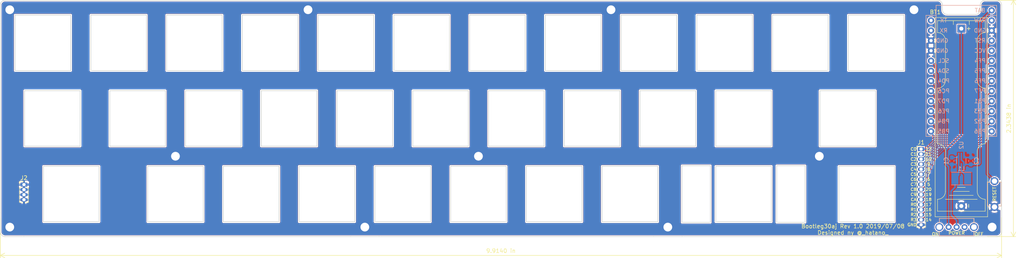
<source format=kicad_pcb>
(kicad_pcb (version 20171130) (host pcbnew "(5.1.2)-2")
  (layers (0 F.Cu signal) (31 B.Cu signal) (34 B.Paste user hide) (35 F.Paste user hide) (36 B.SilkS user) (37 F.SilkS user) (38 B.Mask user) (39 F.Mask user) (44 Edge.Cuts user))
  (net 0 "")
  (net 1 GND)
  (net 2 BAT)
  (net 3 R1)
  (net 4 R2)
  (net 5 C0)
  (net 6 C1)
  (net 7 C2)
  (net 8 C3)
  (net 9 C4)
  (net 10 C5)
  (net 11 C6)
  (net 12 RST)
  (net 13 "Net-(BT1-Pad1)")
  (net 14 "Net-(L1-Pad1)")
  (net 15 cell)
  (net 16 C7)
  (net 17 C8)
  (net 18 C9)
  (net 19 C10)
  (net 20 R0)
  (net 21 R3)
  (module cscslib:CPG151101S11_frame (layer F.Cu) (at 234.553422 28.575184)
    (fp_text reference SW12 hide)
    (fp_text value SW_Push hide)
    (fp_line (start -7 -7) (end -7 7) (layer Edge.Cuts) (width 0.15))
    (fp_line (start -7 7) (end 7 7) (layer Edge.Cuts) (width 0.15))
    (fp_line (start 7 -7) (end 7 7) (layer Edge.Cuts) (width 0.15))
    (fp_line (start -7 -7) (end 7 -7) (layer Edge.Cuts) (width 0.15))
  )
  (module cscslib:CPG151101S11_frame (layer F.Cu) (at 77.39079 66.675216)
    (fp_text reference SW26 hide)
    (fp_text value SW_Push hide)
    (fp_line (start -7 -7) (end -7 7) (layer Edge.Cuts) (width 0.15))
    (fp_line (start -7 7) (end 7 7) (layer Edge.Cuts) (width 0.15))
    (fp_line (start 7 -7) (end 7 7) (layer Edge.Cuts) (width 0.15))
    (fp_line (start -7 -7) (end 7 -7) (layer Edge.Cuts) (width 0.15))
  )
  (module cscslib:CPG151101S11_frame (layer F.Cu) (at 172.64087 66.67528)
    (fp_text reference SW31 hide)
    (fp_text value SW_Push hide)
    (fp_line (start -7 -7) (end -7 7) (layer Edge.Cuts) (width 0.15))
    (fp_line (start -7 7) (end 7 7) (layer Edge.Cuts) (width 0.15))
    (fp_line (start 7 -7) (end 7 7) (layer Edge.Cuts) (width 0.15))
    (fp_line (start -7 -7) (end 7 -7) (layer Edge.Cuts) (width 0.15))
  )
  (module cscslib:CPG151101S11_frame (layer F.Cu) (at 177.403918 28.57512)
    (fp_text reference SW9 hide)
    (fp_text value SW_Push hide)
    (fp_line (start -7 -7) (end -7 7) (layer Edge.Cuts) (width 0.15))
    (fp_line (start -7 7) (end 7 7) (layer Edge.Cuts) (width 0.15))
    (fp_line (start 7 -7) (end 7 7) (layer Edge.Cuts) (width 0.15))
    (fp_line (start -7 -7) (end 7 -7) (layer Edge.Cuts) (width 0.15))
  )
  (module cscslib:HOLE_M2 (layer F.Cu) (at 58.34087 57.15024)
    (fp_text reference H3 hide)
    (fp_text value MountingHole hide)
    (pad "" thru_hole circle (at 0 0) (size 2.4 2.4) (drill 2.2) (layers *.Cu *.Mask) (net 1 GND) (clearance 0.8))
  )
  (module cscslib:HOLE_M2 (layer F.Cu) (at 220.266582 57.150144)
    (fp_text reference H2 hide)
    (fp_text value MountingHole hide)
    (pad "" thru_hole circle (at 0 0) (size 2.4 2.4) (drill 2.2) (layers *.Cu *.Mask) (net 1 GND) (clearance 0.8))
  )
  (module cscslib:HOLE_M2 (layer F.Cu) (at 134.54119 57.15024)
    (fp_text reference H1 hide)
    (fp_text value MountingHole hide)
    (pad "" thru_hole circle (at 0 0) (size 2.4 2.4) (drill 2.2) (layers *.Cu *.Mask) (net 1 GND) (clearance 0.8))
  )
  (module cscslib:CPG151101S11_frame (layer F.Cu) (at 227.409666 47.6252)
    (fp_text reference SW23 hide)
    (fp_text value SW_Push hide)
    (fp_line (start -7 -7) (end -7 7) (layer Edge.Cuts) (width 0.15))
    (fp_line (start -7 7) (end 7 7) (layer Edge.Cuts) (width 0.15))
    (fp_line (start 7 -7) (end 7 7) (layer Edge.Cuts) (width 0.15))
    (fp_line (start -7 -7) (end 7 -7) (layer Edge.Cuts) (width 0.15))
  )
  (module cscslib:CPG151101S11_frame (layer F.Cu) (at 32.147002 66.675216)
    (fp_text reference SW24 hide)
    (fp_text value SW_Push hide)
    (fp_line (start -7 -7) (end -7 7) (layer Edge.Cuts) (width 0.15))
    (fp_line (start -7 7) (end 7 7) (layer Edge.Cuts) (width 0.15))
    (fp_line (start 7 -7) (end 7 7) (layer Edge.Cuts) (width 0.15))
    (fp_line (start -7 -7) (end 7 -7) (layer Edge.Cuts) (width 0.15))
  )
  (module cscslib:CPG151101S11_frame (layer F.Cu) (at 232.17217 66.675216)
    (fp_text reference SW33 hide)
    (fp_text value SW_Push hide)
    (fp_line (start -7 -7) (end -7 7) (layer Edge.Cuts) (width 0.15))
    (fp_line (start -7 7) (end 7 7) (layer Edge.Cuts) (width 0.15))
    (fp_line (start 7 -7) (end 7 7) (layer Edge.Cuts) (width 0.15))
    (fp_line (start -7 -7) (end 7 -7) (layer Edge.Cuts) (width 0.15))
  )
  (module cscslib:CPG151101S11_frame (layer F.Cu) (at 27.384498 47.6252)
    (fp_text reference SW13 hide)
    (fp_text value SW_Push hide)
    (fp_line (start -7 -7) (end -7 7) (layer Edge.Cuts) (width 0.15))
    (fp_line (start -7 7) (end 7 7) (layer Edge.Cuts) (width 0.15))
    (fp_line (start 7 -7) (end 7 7) (layer Edge.Cuts) (width 0.15))
    (fp_line (start -7 -7) (end 7 -7) (layer Edge.Cuts) (width 0.15))
  )
  (module cscslib:CPG151101S11_frame (layer F.Cu) (at 201.215894 66.675216)
    (fp_text reference SW32 hide)
    (fp_text value SW_Push hide)
    (fp_line (start -7 -7) (end -7 7) (layer Edge.Cuts) (width 0.15))
    (fp_line (start -7 7) (end 7 7) (layer Edge.Cuts) (width 0.15))
    (fp_line (start 7 -7) (end 7 7) (layer Edge.Cuts) (width 0.15))
    (fp_line (start -7 -7) (end 7 -7) (layer Edge.Cuts) (width 0.15))
  )
  (module cscslib:CPG151101S11_frame (layer F.Cu) (at 201.215894 47.6252)
    (fp_text reference SW22 hide)
    (fp_text value SW_Push hide)
    (fp_line (start -7 -7) (end -7 7) (layer Edge.Cuts) (width 0.15))
    (fp_line (start -7 7) (end 7 7) (layer Edge.Cuts) (width 0.15))
    (fp_line (start 7 -7) (end 7 7) (layer Edge.Cuts) (width 0.15))
    (fp_line (start -7 -7) (end 7 -7) (layer Edge.Cuts) (width 0.15))
  )
  (module cscslib:CPG151101S11_frame (layer F.Cu) (at 153.590854 66.67528)
    (fp_text reference SW30 hide)
    (fp_text value SW_Push hide)
    (fp_line (start -7 -7) (end -7 7) (layer Edge.Cuts) (width 0.15))
    (fp_line (start -7 7) (end 7 7) (layer Edge.Cuts) (width 0.15))
    (fp_line (start 7 -7) (end 7 7) (layer Edge.Cuts) (width 0.15))
    (fp_line (start -7 -7) (end 7 -7) (layer Edge.Cuts) (width 0.15))
  )
  (module cscslib:CPG151101S11_frame (layer F.Cu) (at 48.815766 47.6252)
    (fp_text reference SW14 hide)
    (fp_text value SW_Push hide)
    (fp_line (start -7 -7) (end -7 7) (layer Edge.Cuts) (width 0.15))
    (fp_line (start -7 7) (end 7 7) (layer Edge.Cuts) (width 0.15))
    (fp_line (start 7 -7) (end 7 7) (layer Edge.Cuts) (width 0.15))
    (fp_line (start -7 -7) (end 7 -7) (layer Edge.Cuts) (width 0.15))
  )
  (module cscslib:CPG151101S11_frame (layer F.Cu) (at 182.165878 47.6252)
    (fp_text reference SW21 hide)
    (fp_text value SW_Push hide)
    (fp_line (start -7 -7) (end -7 7) (layer Edge.Cuts) (width 0.15))
    (fp_line (start -7 7) (end 7 7) (layer Edge.Cuts) (width 0.15))
    (fp_line (start 7 -7) (end 7 7) (layer Edge.Cuts) (width 0.15))
    (fp_line (start -7 -7) (end 7 -7) (layer Edge.Cuts) (width 0.15))
  )
  (module cscslib:CPG151101S11_frame (layer F.Cu) (at 163.115862 47.6252)
    (fp_text reference SW20 hide)
    (fp_text value SW_Push hide)
    (fp_line (start -7 -7) (end -7 7) (layer Edge.Cuts) (width 0.15))
    (fp_line (start -7 7) (end 7 7) (layer Edge.Cuts) (width 0.15))
    (fp_line (start 7 -7) (end 7 7) (layer Edge.Cuts) (width 0.15))
    (fp_line (start -7 -7) (end 7 -7) (layer Edge.Cuts) (width 0.15))
  )
  (module cscslib:CPG151101S11_frame (layer F.Cu) (at 144.065846 47.6252)
    (fp_text reference SW19 hide)
    (fp_text value SW_Push hide)
    (fp_line (start -7 -7) (end -7 7) (layer Edge.Cuts) (width 0.15))
    (fp_line (start -7 7) (end 7 7) (layer Edge.Cuts) (width 0.15))
    (fp_line (start 7 -7) (end 7 7) (layer Edge.Cuts) (width 0.15))
    (fp_line (start -7 -7) (end 7 -7) (layer Edge.Cuts) (width 0.15))
  )
  (module cscslib:CPG151101S11_frame (layer F.Cu) (at 125.01583 47.6252)
    (fp_text reference SW18 hide)
    (fp_text value SW_Push hide)
    (fp_line (start -7 -7) (end -7 7) (layer Edge.Cuts) (width 0.15))
    (fp_line (start -7 7) (end 7 7) (layer Edge.Cuts) (width 0.15))
    (fp_line (start 7 -7) (end 7 7) (layer Edge.Cuts) (width 0.15))
    (fp_line (start -7 -7) (end 7 -7) (layer Edge.Cuts) (width 0.15))
  )
  (module cscslib:CPG151101S11_frame (layer F.Cu) (at 105.965814 47.6252)
    (fp_text reference SW17 hide)
    (fp_text value SW_Push hide)
    (fp_line (start -7 -7) (end -7 7) (layer Edge.Cuts) (width 0.15))
    (fp_line (start -7 7) (end 7 7) (layer Edge.Cuts) (width 0.15))
    (fp_line (start 7 -7) (end 7 7) (layer Edge.Cuts) (width 0.15))
    (fp_line (start -7 -7) (end 7 -7) (layer Edge.Cuts) (width 0.15))
  )
  (module cscslib:CPG151101S11_frame (layer F.Cu) (at 86.915798 47.6252)
    (fp_text reference SW16 hide)
    (fp_text value SW_Push hide)
    (fp_line (start -7 -7) (end -7 7) (layer Edge.Cuts) (width 0.15))
    (fp_line (start -7 7) (end 7 7) (layer Edge.Cuts) (width 0.15))
    (fp_line (start 7 -7) (end 7 7) (layer Edge.Cuts) (width 0.15))
    (fp_line (start -7 -7) (end 7 -7) (layer Edge.Cuts) (width 0.15))
  )
  (module cscslib:CPG151101S11_frame (layer F.Cu) (at 67.865782 47.6252)
    (fp_text reference SW15 hide)
    (fp_text value SW_Push hide)
    (fp_line (start -7 -7) (end -7 7) (layer Edge.Cuts) (width 0.15))
    (fp_line (start -7 7) (end 7 7) (layer Edge.Cuts) (width 0.15))
    (fp_line (start 7 -7) (end 7 7) (layer Edge.Cuts) (width 0.15))
    (fp_line (start -7 -7) (end 7 -7) (layer Edge.Cuts) (width 0.15))
  )
  (module cscslib:CPG151101S11_frame (layer F.Cu) (at 134.540838 66.67528)
    (fp_text reference SW29 hide)
    (fp_text value SW_Push hide)
    (fp_line (start -7 -7) (end -7 7) (layer Edge.Cuts) (width 0.15))
    (fp_line (start -7 7) (end 7 7) (layer Edge.Cuts) (width 0.15))
    (fp_line (start 7 -7) (end 7 7) (layer Edge.Cuts) (width 0.15))
    (fp_line (start -7 -7) (end 7 -7) (layer Edge.Cuts) (width 0.15))
  )
  (module cscslib:CPG151101S11_frame (layer F.Cu) (at 115.490822 66.675056)
    (fp_text reference SW28 hide)
    (fp_text value SW_Push hide)
    (fp_line (start -7 -7) (end -7 7) (layer Edge.Cuts) (width 0.15))
    (fp_line (start -7 7) (end 7 7) (layer Edge.Cuts) (width 0.15))
    (fp_line (start 7 -7) (end 7 7) (layer Edge.Cuts) (width 0.15))
    (fp_line (start -7 -7) (end 7 -7) (layer Edge.Cuts) (width 0.15))
  )
  (module cscslib:CPG151101S11_frame (layer F.Cu) (at 96.440806 66.675216)
    (fp_text reference SW27 hide)
    (fp_text value SW_Push hide)
    (fp_line (start -7 -7) (end -7 7) (layer Edge.Cuts) (width 0.15))
    (fp_line (start -7 7) (end 7 7) (layer Edge.Cuts) (width 0.15))
    (fp_line (start 7 -7) (end 7 7) (layer Edge.Cuts) (width 0.15))
    (fp_line (start -7 -7) (end 7 -7) (layer Edge.Cuts) (width 0.15))
  )
  (module cscslib:CPG151101S11_frame (layer F.Cu) (at 58.340774 66.675216)
    (fp_text reference SW25 hide)
    (fp_text value SW_Push hide)
    (fp_line (start -7 -7) (end -7 7) (layer Edge.Cuts) (width 0.15))
    (fp_line (start -7 7) (end 7 7) (layer Edge.Cuts) (width 0.15))
    (fp_line (start 7 -7) (end 7 7) (layer Edge.Cuts) (width 0.15))
    (fp_line (start -7 -7) (end 7 -7) (layer Edge.Cuts) (width 0.15))
  )
  (module cscslib:CPG151101S11_frame (layer F.Cu) (at 215.504078 28.57512)
    (fp_text reference SW11 hide)
    (fp_text value SW_Push hide)
    (fp_line (start -7 -7) (end -7 7) (layer Edge.Cuts) (width 0.15))
    (fp_line (start -7 7) (end 7 7) (layer Edge.Cuts) (width 0.15))
    (fp_line (start 7 -7) (end 7 7) (layer Edge.Cuts) (width 0.15))
    (fp_line (start -7 -7) (end 7 -7) (layer Edge.Cuts) (width 0.15))
  )
  (module cscslib:CPG151101S11_frame (layer F.Cu) (at 196.453998 28.57512)
    (fp_text reference SW10 hide)
    (fp_text value SW_Push hide)
    (fp_line (start -7 -7) (end -7 7) (layer Edge.Cuts) (width 0.15))
    (fp_line (start -7 7) (end 7 7) (layer Edge.Cuts) (width 0.15))
    (fp_line (start 7 -7) (end 7 7) (layer Edge.Cuts) (width 0.15))
    (fp_line (start -7 -7) (end 7 -7) (layer Edge.Cuts) (width 0.15))
  )
  (module cscslib:CPG151101S11_frame (layer F.Cu) (at 158.353838 28.57512)
    (fp_text reference SW8 hide)
    (fp_text value SW_Push hide)
    (fp_line (start -7 -7) (end -7 7) (layer Edge.Cuts) (width 0.15))
    (fp_line (start -7 7) (end 7 7) (layer Edge.Cuts) (width 0.15))
    (fp_line (start 7 -7) (end 7 7) (layer Edge.Cuts) (width 0.15))
    (fp_line (start -7 -7) (end 7 -7) (layer Edge.Cuts) (width 0.15))
  )
  (module cscslib:CPG151101S11_frame (layer F.Cu) (at 139.303758 28.57512)
    (fp_text reference SW7 hide)
    (fp_text value SW_Push hide)
    (fp_line (start -7 -7) (end -7 7) (layer Edge.Cuts) (width 0.15))
    (fp_line (start -7 7) (end 7 7) (layer Edge.Cuts) (width 0.15))
    (fp_line (start 7 -7) (end 7 7) (layer Edge.Cuts) (width 0.15))
    (fp_line (start -7 -7) (end 7 -7) (layer Edge.Cuts) (width 0.15))
  )
  (module cscslib:CPG151101S11_frame (layer F.Cu) (at 120.253678 28.57512)
    (fp_text reference SW6 hide)
    (fp_text value SW_Push hide)
    (fp_line (start -7 -7) (end -7 7) (layer Edge.Cuts) (width 0.15))
    (fp_line (start -7 7) (end 7 7) (layer Edge.Cuts) (width 0.15))
    (fp_line (start 7 -7) (end 7 7) (layer Edge.Cuts) (width 0.15))
    (fp_line (start -7 -7) (end 7 -7) (layer Edge.Cuts) (width 0.15))
  )
  (module cscslib:CPG151101S11_frame (layer F.Cu) (at 101.203598 28.57512)
    (fp_text reference SW5 hide)
    (fp_text value SW_Push hide)
    (fp_line (start -7 -7) (end -7 7) (layer Edge.Cuts) (width 0.15))
    (fp_line (start -7 7) (end 7 7) (layer Edge.Cuts) (width 0.15))
    (fp_line (start 7 -7) (end 7 7) (layer Edge.Cuts) (width 0.15))
    (fp_line (start -7 -7) (end 7 -7) (layer Edge.Cuts) (width 0.15))
  )
  (module cscslib:CPG151101S11_frame (layer F.Cu) (at 82.153518 28.57512)
    (fp_text reference SW4 hide)
    (fp_text value SW_Push hide)
    (fp_line (start -7 -7) (end -7 7) (layer Edge.Cuts) (width 0.15))
    (fp_line (start -7 7) (end 7 7) (layer Edge.Cuts) (width 0.15))
    (fp_line (start 7 -7) (end 7 7) (layer Edge.Cuts) (width 0.15))
    (fp_line (start -7 -7) (end 7 -7) (layer Edge.Cuts) (width 0.15))
  )
  (module cscslib:CPG151101S11_frame (layer F.Cu) (at 63.103438 28.57512)
    (fp_text reference SW3 hide)
    (fp_text value SW_Push hide)
    (fp_line (start -7 -7) (end -7 7) (layer Edge.Cuts) (width 0.15))
    (fp_line (start -7 7) (end 7 7) (layer Edge.Cuts) (width 0.15))
    (fp_line (start 7 -7) (end 7 7) (layer Edge.Cuts) (width 0.15))
    (fp_line (start -7 -7) (end 7 -7) (layer Edge.Cuts) (width 0.15))
  )
  (module cscslib:CPG151101S11_frame (layer F.Cu) (at 44.053358 28.57512)
    (fp_text reference SW2 hide)
    (fp_text value SW_Push hide)
    (fp_line (start -7 -7) (end -7 7) (layer Edge.Cuts) (width 0.15))
    (fp_line (start -7 7) (end 7 7) (layer Edge.Cuts) (width 0.15))
    (fp_line (start 7 -7) (end 7 7) (layer Edge.Cuts) (width 0.15))
    (fp_line (start -7 -7) (end 7 -7) (layer Edge.Cuts) (width 0.15))
  )
  (module cscslib:CPG151101S11_frame (layer F.Cu) (at 25.003246 28.575184)
    (fp_text reference SW1 hide)
    (fp_text value SW_Push hide)
    (fp_line (start -7 -7) (end -7 7) (layer Edge.Cuts) (width 0.15))
    (fp_line (start -7 7) (end 7 7) (layer Edge.Cuts) (width 0.15))
    (fp_line (start 7 -7) (end 7 7) (layer Edge.Cuts) (width 0.15))
    (fp_line (start -7 -7) (end 7 -7) (layer Edge.Cuts) (width 0.15))
  )
  (module cscslib:PinHeader_1x16_P1.27mm_Conthrough (layer F.Cu) (at 245.864369 55.364269)
    (fp_text reference J1 (at 0 -1.695) (layer F.SilkS))
    (fp_text value Conn_01x16)
    (pad 1 thru_hole rect (at 0 0) (size 1.6 1) (drill 0.8) (layers *.Cu *.Mask) (net 5 C0))
    (pad 2 thru_hole oval (at 0 1.27) (size 1.6 1) (drill 0.8) (layers *.Cu *.Mask) (net 6 C1))
    (pad 3 thru_hole oval (at 0 2.54) (size 1.6 1) (drill 0.8) (layers *.Cu *.Mask) (net 7 C2))
    (pad 4 thru_hole oval (at 0 3.81) (size 1.6 1) (drill 0.8) (layers *.Cu *.Mask) (net 8 C3))
    (pad 5 thru_hole oval (at 0 5.08) (size 1.6 1) (drill 0.8) (layers *.Cu *.Mask) (net 9 C4))
    (pad 6 thru_hole oval (at 0 6.35) (size 1.6 1) (drill 0.8) (layers *.Cu *.Mask) (net 10 C5))
    (pad 7 thru_hole oval (at 0 7.62) (size 1.6 1) (drill 0.8) (layers *.Cu *.Mask) (net 11 C6))
    (pad 8 thru_hole oval (at 0 8.89) (size 1.6 1) (drill 0.8) (layers *.Cu *.Mask) (net 16 C7))
    (pad 9 thru_hole oval (at 0 10.16) (size 1.6 1) (drill 0.8) (layers *.Cu *.Mask) (net 17 C8))
    (pad 10 thru_hole oval (at 0 11.43) (size 1.6 1) (drill 0.8) (layers *.Cu *.Mask) (net 18 C9))
    (pad 11 thru_hole oval (at 0 12.7) (size 1.6 1) (drill 0.8) (layers *.Cu *.Mask) (net 19 C10))
    (pad 12 thru_hole oval (at 0 13.97) (size 1.6 1) (drill 0.8) (layers *.Cu *.Mask) (net 20 R0))
    (pad 13 thru_hole oval (at 0 15.24) (size 1.6 1) (drill 0.8) (layers *.Cu *.Mask) (net 3 R1))
    (pad 14 thru_hole oval (at 0 16.51) (size 1.6 1) (drill 0.8) (layers *.Cu *.Mask) (net 4 R2))
    (pad 15 thru_hole oval (at 0 17.78) (size 1.6 1) (drill 0.8) (layers *.Cu *.Mask) (net 21 R3))
    (pad 16 thru_hole oval (at 0 19.05) (size 1.6 1) (drill 0.8) (layers *.Cu *.Mask) (net 1 GND))
  )
  (module cscslib:BatteryHolder_Keystone_2466_1xAAA (layer F.Cu) (at 255.98473 25.003218 270)
    (fp_text reference BT1 (at -4.167103 6.548483) (layer F.SilkS))
    (fp_text value Battery_Cell)
    (fp_text user + (at 0.000024 -1.786571 90) (layer F.SilkS))
    (fp_text user - (at 44.648499 -1.786571 90) (layer F.SilkS))
    (pad 2 thru_hole circle (at 44.7 0 270) (size 2 2) (drill 1.02) (layers *.Cu *.Mask) (net 1 GND))
    (pad 1 thru_hole rect (at 0 0 270) (size 2 2) (drill 1.02) (layers *.Cu *.Mask) (net 13 "Net-(BT1-Pad1)"))
  )
  (module cscslib:BLEMicroPro-2N (layer B.Cu) (at 255.98473 36.909478 180)
    (fp_text reference U1 hide)
    (fp_text value BLE-Micro-Pro-2 hide)
    (fp_text user PF7 (at -4.699 -3.81 180) (layer B.SilkS) (effects (justify mirror)))
    (fp_text user RST (at -4.699 8.89 180) (layer B.SilkS) (effects (justify mirror)))
    (fp_text user PB6 (at -4.699 -13.97 180) (layer B.SilkS) (effects (justify mirror)))
    (fp_text user PB2 (at -4.699 -11.43 180) (layer B.SilkS) (effects (justify mirror)))
    (fp_text user PB3 (at -4.699 -8.89 180) (layer B.SilkS) (effects (justify mirror)))
    (fp_text user PB1 (at -4.699 -6.35 180) (layer B.SilkS) (effects (justify mirror)))
    (fp_text user PF6 (at -4.699 -1.27 180) (layer B.SilkS) (effects (justify mirror)))
    (fp_text user PF5 (at -4.699 1.27 180) (layer B.SilkS) (effects (justify mirror)))
    (fp_text user PF4 (at -4.699 3.81 180) (layer B.SilkS) (effects (justify mirror)))
    (fp_text user VCC (at -4.699 6.35 180) (layer B.SilkS) (effects (justify mirror)))
    (fp_text user GND (at -4.699 11.43 180) (layer B.SilkS) (effects (justify mirror)))
    (fp_text user RAW (at -4.699 13.97 180) (layer B.SilkS) (effects (justify mirror)))
    (fp_text user PB5 (at 4.445 -13.97 180) (layer B.SilkS) (effects (justify mirror)))
    (fp_text user PB4 (at 4.445 -11.43 180) (layer B.SilkS) (effects (justify mirror)))
    (fp_text user PE6 (at 4.445 -8.89 180) (layer B.SilkS) (effects (justify mirror)))
    (fp_text user PD7 (at 4.445 -6.35 180) (layer B.SilkS) (effects (justify mirror)))
    (fp_text user PC6 (at 4.445 -3.81 180) (layer B.SilkS) (effects (justify mirror)))
    (fp_text user PD4 (at 4.445 -1.27 180) (layer B.SilkS) (effects (justify mirror)))
    (fp_text user SDA (at 4.445 1.27 180) (layer B.SilkS) (effects (justify mirror)))
    (fp_text user SCL (at 4.445 3.81 180) (layer B.SilkS) (effects (justify mirror)))
    (fp_text user GND (at 4.826 6.35) (layer B.SilkS) (effects (justify mirror)))
    (fp_text user GND (at 4.826 8.89) (layer B.SilkS) (effects (justify mirror)))
    (fp_text user RX (at 4.445 11.43 180) (layer B.SilkS) (effects (justify mirror)))
    (fp_text user TX (at 4.445 13.97 180) (layer B.SilkS) (effects (justify mirror)))
    (fp_text user BAT (at -4.699 16.51 180) (layer B.SilkS) (effects (justify mirror)))
    (pad 1 thru_hole circle (at 7.62 13.97) (size 1.6 1.6) (drill 0.8) (layers *.Cu *.Mask))
    (pad 2 thru_hole circle (at 7.62 11.43) (size 1.6 1.6) (drill 0.8) (layers *.Cu *.Mask))
    (pad 3 thru_hole circle (at 7.62 8.89) (size 1.6 1.6) (drill 0.8) (layers *.Cu *.Mask) (net 1 GND))
    (pad 4 thru_hole circle (at 7.62 6.35) (size 1.6 1.6) (drill 0.8) (layers *.Cu *.Mask) (net 1 GND))
    (pad 5 thru_hole circle (at 7.62 3.81) (size 1.6 1.6) (drill 0.8) (layers *.Cu *.Mask) (net 16 C7))
    (pad 6 thru_hole circle (at 7.62 1.27) (size 1.6 1.6) (drill 0.8) (layers *.Cu *.Mask) (net 11 C6))
    (pad 7 thru_hole circle (at 7.62 -1.27) (size 1.6 1.6) (drill 0.8) (layers *.Cu *.Mask) (net 10 C5))
    (pad 8 thru_hole circle (at 7.62 -3.81) (size 1.6 1.6) (drill 0.8) (layers *.Cu *.Mask) (net 9 C4))
    (pad 9 thru_hole circle (at 7.62 -6.35) (size 1.6 1.6) (drill 0.8) (layers *.Cu *.Mask) (net 8 C3))
    (pad 10 thru_hole circle (at 7.62 -8.89) (size 1.6 1.6) (drill 0.8) (layers *.Cu *.Mask) (net 7 C2))
    (pad 11 thru_hole circle (at 7.62 -11.43) (size 1.6 1.6) (drill 0.8) (layers *.Cu *.Mask) (net 6 C1))
    (pad 12 thru_hole circle (at 7.62 -13.97) (size 1.6 1.6) (drill 0.8) (layers *.Cu *.Mask) (net 5 C0))
    (pad 13 thru_hole circle (at -7.62 -13.97) (size 1.6 1.6) (drill 0.8) (layers *.Cu *.Mask))
    (pad 14 thru_hole circle (at -7.62 -11.43) (size 1.6 1.6) (drill 0.8) (layers *.Cu *.Mask) (net 21 R3))
    (pad 15 thru_hole circle (at -7.62 -8.89) (size 1.6 1.6) (drill 0.8) (layers *.Cu *.Mask) (net 4 R2))
    (pad 16 thru_hole circle (at -7.62 -6.35) (size 1.6 1.6) (drill 0.8) (layers *.Cu *.Mask) (net 3 R1))
    (pad 17 thru_hole circle (at -7.62 -3.81) (size 1.6 1.6) (drill 0.8) (layers *.Cu *.Mask) (net 20 R0))
    (pad 18 thru_hole circle (at -7.62 -1.27) (size 1.6 1.6) (drill 0.8) (layers *.Cu *.Mask) (net 19 C10))
    (pad 19 thru_hole circle (at -7.62 1.27) (size 1.6 1.6) (drill 0.8) (layers *.Cu *.Mask) (net 18 C9))
    (pad 20 thru_hole circle (at -7.62 3.81) (size 1.6 1.6) (drill 0.8) (layers *.Cu *.Mask) (net 17 C8))
    (pad 21 thru_hole circle (at -7.62 6.35) (size 1.6 1.6) (drill 0.8) (layers *.Cu *.Mask))
    (pad 22 thru_hole circle (at -7.62 8.89) (size 1.6 1.6) (drill 0.8) (layers *.Cu *.Mask) (net 12 RST))
    (pad 23 thru_hole circle (at -7.62 11.43) (size 1.6 1.6) (drill 0.8) (layers *.Cu *.Mask) (net 1 GND))
    (pad 24 thru_hole circle (at -7.62 13.97) (size 1.6 1.6) (drill 0.8) (layers *.Cu *.Mask))
    (pad 25 thru_hole circle (at -7.62 16.51) (size 1.6 1.6) (drill 0.8) (layers *.Cu *.Mask) (net 2 BAT))
  )
  (module cscslib:HOLE_M2 (layer F.Cu) (at 182.165878 75.009534)
    (fp_text reference H11 hide)
    (fp_text value MountingHole hide)
    (pad "" thru_hole circle (at 0 0) (size 2.4 2.4) (drill 2.2) (layers *.Cu *.Mask) (net 1 GND) (clearance 0.8))
  )
  (module cscslib:HOLE_M2 (layer F.Cu) (at 105.965814 75.009534)
    (fp_text reference H10 hide)
    (fp_text value MountingHole hide)
    (pad "" thru_hole circle (at 0 0) (size 2.4 2.4) (drill 2.2) (layers *.Cu *.Mask) (net 1 GND) (clearance 0.8))
  )
  (module cscslib:HOLE_M2 (layer F.Cu) (at 16.669536 75.009534)
    (fp_text reference H9 hide)
    (fp_text value MountingHole hide)
    (pad "" thru_hole circle (at 0 0) (size 2.4 2.4) (drill 2.2) (layers *.Cu *.Mask) (net 1 GND) (clearance 0.8))
  )
  (module cscslib:HOLE_M2 (layer F.Cu) (at 263.723759 75.009534)
    (fp_text reference H8 hide)
    (fp_text value MountingHole hide)
    (pad "" thru_hole circle (at 0 0) (size 2.4 2.4) (drill 2.2) (layers *.Cu *.Mask) (net 1 GND) (clearance 0.8))
  )
  (module cscslib:HOLE_M2 (layer F.Cu) (at 244.07843 20.240738)
    (fp_text reference H7 hide)
    (fp_text value MountingHole hide)
    (pad "" thru_hole circle (at 0 0) (size 2.4 2.4) (drill 2.2) (layers *.Cu *.Mask) (net 1 GND) (clearance 0.8))
  )
  (module cscslib:HOLE_M2 (layer F.Cu) (at 167.879038 20.240738)
    (fp_text reference H6 hide)
    (fp_text value MountingHole hide)
    (pad "" thru_hole circle (at 0 0) (size 2.4 2.4) (drill 2.2) (layers *.Cu *.Mask) (net 1 GND) (clearance 0.8))
  )
  (module cscslib:HOLE_M2 (layer F.Cu) (at 91.678302 20.240738)
    (fp_text reference H5 hide)
    (fp_text value MountingHole hide)
    (pad "" thru_hole circle (at 0 0) (size 2.4 2.4) (drill 2.2) (layers *.Cu *.Mask) (net 1 GND) (clearance 0.8))
  )
  (module cscslib:HOLE_M2 (layer F.Cu) (at 16.669536 20.240738)
    (fp_text reference H4 hide)
    (fp_text value MountingHole hide)
    (pad "" thru_hole circle (at 0 0) (size 2.4 2.4) (drill 2.2) (layers *.Cu *.Mask) (net 1 GND) (clearance 0.8))
  )
  (module cscslib:PinHeader_1x04_P1.27mm_Conthrough (layer F.Cu) (at 20.240646 64.29402)
    (fp_text reference J2 (at 0 -1.695) (layer F.SilkS))
    (fp_text value Conn_01x04)
    (pad 4 thru_hole oval (at 0 3.81) (size 1.6 1) (drill 0.8) (layers *.Cu *.Mask) (net 1 GND))
    (pad 3 thru_hole oval (at 0 2.54) (size 1.6 1) (drill 0.8) (layers *.Cu *.Mask) (net 1 GND))
    (pad 2 thru_hole oval (at 0 1.27) (size 1.6 1) (drill 0.8) (layers *.Cu *.Mask) (net 1 GND))
    (pad 1 thru_hole rect (at 0 0) (size 1.6 1) (drill 0.8) (layers *.Cu *.Mask) (net 1 GND))
  )
  (module Package_TO_SOT_SMD:SOT-363_SC-70-6_Handsoldering (layer B.Cu) (at 255.984694 58.340834 270)
    (fp_text reference U2 (at -3.96874 0 270) (layer B.SilkS) (effects (justify mirror)))
    (fp_text value TPS61221)
    (pad 1 smd rect (at -1.33 0.65 270) (size 1.5 0.4) (layers B.Cu B.Paste B.Mask) (net 15 cell))
    (pad 2 smd rect (at -1.33 0 270) (size 1.5 0.4) (layers B.Cu B.Paste B.Mask) (net 2 BAT))
    (pad 3 smd rect (at -1.33 -0.65 270) (size 1.5 0.4) (layers B.Cu B.Paste B.Mask) (net 1 GND))
    (pad 4 smd rect (at 1.33 -0.65 270) (size 1.5 0.4) (layers B.Cu B.Paste B.Mask) (net 2 BAT))
    (pad 5 smd rect (at 1.33 0 270) (size 1.5 0.4) (layers B.Cu B.Paste B.Mask) (net 14 "Net-(L1-Pad1)"))
    (pad 6 smd rect (at 1.33 0.65 270) (size 1.5 0.4) (layers B.Cu B.Paste B.Mask) (net 15 cell))
  )
  (module cscslib:SLIDE_SWITCH_SK-12D01 (layer F.Cu) (at 254.794064 75.00951 180)
    (fp_text reference SW37 hide)
    (fp_text value SW_PWR hide)
    (fp_text user OFF (at -5.635666 -1.762082) (layer F.SilkS) (effects (font (size 0.8 0.8))))
    (fp_text user ON (at 5.357777 -1.762082) (layer F.SilkS) (effects (font (size 0.8 0.8))))
    (fp_text user POWER (at 0 -1.5 180) (layer F.SilkS) (effects (font (size 0.8 0.8))))
    (pad 2 thru_hole circle (at 2 0 180) (size 1.5 1.5) (drill 0.8) (layers *.Cu *.Mask) (net 13 "Net-(BT1-Pad1)"))
    (pad 3 thru_hole circle (at -2 0 180) (size 1.5 1.5) (drill 0.8) (layers *.Cu *.Mask))
    (pad 1 thru_hole circle (at 0 0 180) (size 1.5 1.5) (drill 0.8) (layers *.Cu *.Mask) (net 15 cell))
    (pad "" thru_hole circle (at 4.35 0 180) (size 2 2) (drill 1.4) (layers *.Cu *.Mask))
    (pad "" thru_hole circle (at -4.35 0 180) (size 2 2) (drill 1.4) (layers *.Cu *.Mask))
  )
  (module cscslib:TACT_SWITCH_TVBP06 (layer B.Cu) (at 264.319072 66.67528 270)
    (fp_text reference SW36 hide)
    (fp_text value SW_RST hide)
    (fp_text user RESET (at 0 0 90) (layer F.SilkS) (effects (font (size 0.8 0.8))))
    (pad 1 thru_hole circle (at -3.25 0 270) (size 2 2) (drill 1.3) (layers *.Cu *.Mask) (net 12 RST))
    (pad 2 thru_hole circle (at 3.25 0 270) (size 2 2) (drill 1.3) (layers *.Cu *.Mask) (net 1 GND))
  )
  (module Inductor_SMD:L_Taiyo-Yuden_NR-30xx_HandSoldering (layer B.Cu) (at 255.984694 62.78591 180)
    (fp_text reference L1 (at 0 2.5 180) (layer B.SilkS) (effects (justify mirror)))
    (fp_text value 4.7uH)
    (pad 1 smd rect (at -1.6 0 180) (size 1.8 2.9) (layers B.Cu B.Paste B.Mask) (net 14 "Net-(L1-Pad1)"))
    (pad 2 smd rect (at 1.6 0 180) (size 1.8 2.9) (layers B.Cu B.Paste B.Mask) (net 15 cell))
  )
  (module Capacitor_SMD:C_0603_1608Metric_Pad1.05x0.95mm_HandSolder (layer B.Cu) (at 258.365946 58.340834 90)
    (fp_text reference C2 (at 0 1.43 90) (layer B.SilkS) (effects (justify mirror)))
    (fp_text value 10uF)
    (pad 1 smd roundrect (at -0.875 0 90) (size 1.05 0.95) (layers B.Cu B.Paste B.Mask) (net 2 BAT))
    (pad 2 smd roundrect (at 0.875 0 90) (size 1.05 0.95) (layers B.Cu B.Paste B.Mask) (net 1 GND))
  )
  (module Capacitor_SMD:C_0603_1608Metric_Pad1.05x0.95mm_HandSolder (layer B.Cu) (at 253.603442 58.340834 270)
    (fp_text reference C1 (at 0 1.43 270) (layer B.SilkS) (effects (justify mirror)))
    (fp_text value 10uF)
    (pad 1 smd roundrect (at -0.875 0 270) (size 1.05 0.95) (layers B.Cu B.Paste B.Mask) (net 15 cell))
    (pad 2 smd roundrect (at 0.875 0 270) (size 1.05 0.95) (layers B.Cu B.Paste B.Mask) (net 1 GND))
  )
  (gr_line (start 15.478282 17.859458) (end 20.241418 17.859482) (layer Edge.Cuts) (width 0.15))
  (gr_line (start 178.5945 77.39095) (end 185.73828 77.39095) (layer Edge.Cuts) (width 0.15))
  (gr_line (start 102.39418 77.39095) (end 109.53796 77.39095) (layer Edge.Cuts) (width 0.15))
  (gr_line (start 88.106464 17.859462) (end 95.25018 17.85945) (layer Edge.Cuts) (width 0.15))
  (gr_line (start 164.30716 17.859486) (end 171.450916 17.859486) (layer Edge.Cuts) (width 0.15))
  (gr_line (start 240.50724 17.859382) (end 247.651088 17.85945) (layer Edge.Cuts) (width 0.15))
  (gr_line (start 185.737796 73.818884) (end 185.737796 59.531372) (layer Edge.Cuts) (width 0.15))
  (gr_line (start 192.881552 73.818884) (end 185.737796 73.818884) (layer Edge.Cuts) (width 0.15))
  (gr_line (start 192.881552 59.531372) (end 192.881552 73.818884) (layer Edge.Cuts) (width 0.15))
  (gr_line (start 185.737796 59.531372) (end 192.881552 59.531372) (layer Edge.Cuts) (width 0.15))
  (gr_line (start 209.550316 73.818884) (end 209.550316 59.531372) (layer Edge.Cuts) (width 0.15))
  (gr_line (start 216.694072 73.818884) (end 209.550316 73.818884) (layer Edge.Cuts) (width 0.15))
  (gr_line (start 216.694072 59.531372) (end 216.694072 73.818884) (layer Edge.Cuts) (width 0.15))
  (gr_line (start 209.550316 59.531372) (end 216.694072 59.531372) (layer Edge.Cuts) (width 0.15))
  (gr_line (start 251.222862 19.050116) (end 251.222198 20.240646) (layer Edge.Cuts) (width 0.15))
  (gr_line (start 260.747286 19.05024) (end 260.747234 20.240714) (layer Edge.Cuts) (width 0.15))
  (gr_text C8 (at 243.959369 65.524269) (layer F.SilkS) (effects (font (size 0.75 0.75))))
  (gr_text C5 (at 243.959369 61.714269) (layer F.SilkS) (effects (font (size 0.75 0.75))))
  (gr_text C2 (at 243.959369 57.904269) (layer F.SilkS) (effects (font (size 0.75 0.75))))
  (gr_text C4 (at 243.959369 60.444269) (layer F.SilkS) (effects (font (size 0.75 0.75))))
  (gr_text C7 (at 243.959369 64.254269) (layer F.SilkS) (effects (font (size 0.75 0.75))))
  (gr_text C3 (at 243.959369 59.174269) (layer F.SilkS) (effects (font (size 0.75 0.75))))
  (gr_text C9 (at 243.959369 66.794269) (layer F.SilkS) (effects (font (size 0.75 0.75))))
  (gr_text C6 (at 243.959369 62.984269) (layer F.SilkS) (effects (font (size 0.75 0.75))))
  (gr_arc (start 259.556568 20.24071) (end 259.556568 21.43134) (angle -90) (layer Edge.Cuts) (width 0.15))
  (gr_arc (start 261.937916 19.05024) (end 261.937916 17.85961) (angle -90) (layer Edge.Cuts) (width 0.15))
  (gr_line (start 261.937916 17.85961) (end 264.914385 17.859774) (layer Edge.Cuts) (width 0.15))
  (gr_text 17 (at 247.769369 69.334269) (layer F.SilkS) (effects (font (size 0.75 0.75))))
  (gr_text 19 (at 247.769369 66.794269) (layer F.SilkS) (effects (font (size 0.75 0.75))))
  (gr_text 20 (at 247.769369 65.524269) (layer F.SilkS) (effects (font (size 0.75 0.75))))
  (gr_text 8 (at 247.769369 60.444269) (layer F.SilkS) (effects (font (size 0.75 0.75))))
  (gr_text 9 (at 247.769369 59.174269) (layer F.SilkS) (effects (font (size 0.75 0.75))))
  (gr_text 10 (at 247.769369 57.904269) (layer F.SilkS) (effects (font (size 0.75 0.75))))
  (gr_text 11 (at 247.769369 56.634269) (layer F.SilkS) (effects (font (size 0.75 0.75))))
  (gr_text 5 (at 247.769369 64.254269) (layer F.SilkS) (effects (font (size 0.75 0.75))))
  (gr_text 7 (at 247.769369 61.714269) (layer F.SilkS) (effects (font (size 0.75 0.75))))
  (gr_text 6 (at 247.769369 62.984269) (layer F.SilkS) (effects (font (size 0.75 0.75))))
  (gr_text 12 (at 247.769369 55.364269) (layer F.SilkS) (effects (font (size 0.75 0.75))))
  (gr_text 14 (at 247.769369 73.144269) (layer F.SilkS) (effects (font (size 0.75 0.75))))
  (gr_text 15 (at 247.769369 71.874269) (layer F.SilkS) (effects (font (size 0.75 0.75))))
  (gr_text 16 (at 247.769369 70.604269) (layer F.SilkS) (effects (font (size 0.75 0.75))))
  (gr_text 18 (at 247.769369 68.064269) (layer F.SilkS) (effects (font (size 0.75 0.75))))
  (gr_text GND (at 243.578369 74.414269) (layer F.SilkS) (effects (font (size 0.75 0.75))))
  (gr_text R3 (at 243.959369 73.144269) (layer F.SilkS) (effects (font (size 0.75 0.75))))
  (gr_text R2 (at 243.959369 71.874269) (layer F.SilkS) (effects (font (size 0.75 0.75))))
  (gr_text R1 (at 243.959369 70.604269) (layer F.SilkS) (effects (font (size 0.75 0.75))))
  (gr_text CA (at 243.959369 68.064269) (layer F.SilkS) (effects (font (size 0.75 0.75))))
  (gr_text C1 (at 243.959369 56.634269) (layer F.SilkS) (effects (font (size 0.75 0.75))))
  (gr_text C0 (at 243.959369 55.364269) (layer F.SilkS) (effects (font (size 0.75 0.75))))
  (gr_text R0 (at 243.959369 69.334269) (layer F.SilkS) (effects (font (size 0.75 0.75))))
  (gr_arc (start 264.914381 76.200288) (end 264.914381 77.390918) (angle -90) (layer Edge.Cuts) (width 0.15))
  (gr_text "Bootleg30aj Rev 1.0 2019/07/08\nDesigned ny @_hatano_" (at 228.719369 75.604911) (layer F.SilkS) (effects (font (size 1 1))))
  (gr_line (start 102.39418 77.39095) (end 20.241414 77.390786) (layer Edge.Cuts) (width 0.15))
  (gr_line (start 178.5945 77.39095) (end 109.53796 77.39095) (layer Edge.Cuts) (width 0.15))
  (gr_line (start 264.914385 77.390914) (end 185.73828 77.39095) (layer Edge.Cuts) (width 0.15))
  (gr_line (start 250.031616 17.85945) (end 247.651088 17.85945) (layer Edge.Cuts) (width 0.15))
  (gr_line (start 171.450244 17.859486) (end 240.50724 17.859382) (layer Edge.Cuts) (width 0.15))
  (gr_line (start 95.25018 17.85945) (end 164.306484 17.85945) (layer Edge.Cuts) (width 0.15))
  (gr_line (start 20.241418 17.859482) (end 88.107096 17.85959) (layer Edge.Cuts) (width 0.15))
  (gr_arc (start 15.47891 76.200132) (end 14.28828 76.200132) (angle -90) (layer Edge.Cuts) (width 0.15))
  (gr_line (start 14.287652 76.200136) (end 14.287576 71.437656) (layer Edge.Cuts) (width 0.15))
  (gr_line (start 20.241414 77.390786) (end 15.47891 77.390762) (layer Edge.Cuts) (width 0.15))
  (gr_line (start 14.288284 23.812616) (end 14.287652 19.050088) (layer Edge.Cuts) (width 0.15))
  (gr_arc (start 15.478282 19.050088) (end 15.478282 17.859458) (angle -90) (layer Edge.Cuts) (width 0.15))
  (gr_arc (start 252.412828 20.240646) (end 251.222198 20.240646) (angle -90) (layer Edge.Cuts) (width 0.15))
  (gr_arc (start 250.032232 19.050116) (end 251.222862 19.050116) (angle -90) (layer Edge.Cuts) (width 0.15))
  (gr_line (start 259.556608 21.43134) (end 252.412828 21.431276) (layer Edge.Cuts) (width 0.15))
  (dimension 251.816727 (width 0.15) (layer F.SilkS) (gr_text "251.817 mm" (at 140.196641 83.453354 359.9999709) (layer F.SilkS) (effects (font (size 1 1) (thickness 0.15)))) (feature1 (pts (xy 266.105011 72.62841) (xy 266.105006 82.739839))) (feature2 (pts (xy 14.288284 72.628282) (xy 14.288279 82.739711))) (crossbar (pts (xy 14.288279 82.15329) (xy 266.105006 82.153418))) (arrow1a (pts (xy 266.105006 82.153418) (xy 264.978502 82.739838))) (arrow1b (pts (xy 266.105006 82.153418) (xy 264.978503 81.566997))) (arrow2a (pts (xy 14.288279 82.15329) (xy 15.414782 82.739711))) (arrow2b (pts (xy 14.288279 82.15329) (xy 15.414783 81.56687))))
  (dimension 59.5313 (width 0.15) (layer F.SilkS) (gr_text "59.531 mm" (at 270.38224 47.625136 270) (layer F.SilkS) (effects (font (size 1 1) (thickness 0.15)))) (feature1 (pts (xy 262.533805 77.390786) (xy 269.668661 77.390786))) (feature2 (pts (xy 262.533805 17.859486) (xy 269.668661 17.859486))) (crossbar (pts (xy 269.08224 17.859486) (xy 269.08224 77.390786))) (arrow1a (pts (xy 269.08224 77.390786) (xy 268.495819 76.264282))) (arrow1b (pts (xy 269.08224 77.390786) (xy 269.668661 76.264282))) (arrow2a (pts (xy 269.08224 17.859486) (xy 268.495819 18.98599))) (arrow2b (pts (xy 269.08224 17.859486) (xy 269.668661 18.98599))))
  (gr_arc (start 264.914381 19.05014) (end 266.105011 19.05024) (angle -90.00481222) (layer Edge.Cuts) (width 0.15))
  (gr_line (start 14.288284 23.812616) (end 14.287576 71.437656) (layer Edge.Cuts) (width 0.15))
  (gr_line (start 266.105011 19.05024) (end 266.105011 76.20032) (layer Edge.Cuts) (width 0.15))
  (segment (start 257.089694 57.465834) (end 256.634694 57.010834) (width 0.4) (layer B.Cu) (net 1))
  (segment (start 258.365946 57.465834) (end 257.089694 57.465834) (width 0.4) (layer B.Cu) (net 1))
  (segment (start 258.365946 56.840834) (end 258.365946 57.465834) (width 0.4) (layer B.Cu) (net 1))
  (segment (start 253.603442 59.215834) (end 253.028442 59.215834) (width 0.4) (layer B.Cu) (net 1))
  (segment (start 253.028442 59.215834) (end 252.728432 58.915824) (width 0.4) (layer B.Cu) (net 1))
  (segment (start 252.728432 58.915824) (end 252.728432 56.914268) (width 0.4) (layer B.Cu) (net 1))
  (segment (start 252.728432 56.914268) (end 253.781867 55.860833) (width 0.4) (layer B.Cu) (net 1))
  (segment (start 253.781867 55.860833) (end 257.385945 55.860833) (width 0.4) (layer B.Cu) (net 1))
  (segment (start 257.385945 55.860833) (end 258.365946 56.840834) (width 0.4) (layer B.Cu) (net 1))
  (segment (start 256.634694 58.680836) (end 256.634694 59.670834) (width 0.4) (layer B.Cu) (net 2))
  (segment (start 255.984694 58.030836) (end 256.634694 58.680836) (width 0.4) (layer B.Cu) (net 2))
  (segment (start 255.984694 57.010834) (end 255.984694 58.030836) (width 0.4) (layer B.Cu) (net 2))
  (segment (start 257.089694 59.215834) (end 256.634694 59.670834) (width 0.4) (layer B.Cu) (net 2))
  (segment (start 258.365946 59.215834) (end 257.089694 59.215834) (width 0.4) (layer B.Cu) (net 2))
  (segment (start 258.365946 59.215834) (end 260.350268 59.215834) (width 0.4) (layer B.Cu) (net 2))
  (segment (start 260.656113 58.909989) (end 260.656113 23.348095) (width 0.4) (layer B.Cu) (net 2))
  (segment (start 260.350268 59.215834) (end 260.656113 58.909989) (width 0.4) (layer B.Cu) (net 2))
  (segment (start 260.656113 23.348095) (end 263.60473 20.399478) (width 0.4) (layer B.Cu) (net 2))
  (segment (start 246.061109 70.604269) (end 246.989379 69.675999) (width 0.25) (layer F.Cu) (net 3))
  (segment (start 245.864369 70.604269) (end 246.061109 70.604269) (width 0.25) (layer F.Cu) (net 3))
  (segment (start 246.989379 69.042409) (end 247.439389 68.592399) (width 0.25) (layer F.Cu) (net 3))
  (segment (start 246.989379 69.675999) (end 246.989379 69.042409) (width 0.25) (layer F.Cu) (net 3))
  (segment (start 247.439389 67.958809) (end 247.889399 67.508799) (width 0.25) (layer F.Cu) (net 3))
  (segment (start 247.439389 68.592399) (end 247.439389 67.958809) (width 0.25) (layer F.Cu) (net 3))
  (segment (start 247.889399 66.978469) (end 248.339409 66.528459) (width 0.25) (layer F.Cu) (net 3))
  (segment (start 247.889399 67.508799) (end 247.889399 66.978469) (width 0.25) (layer F.Cu) (net 3))
  (segment (start 248.339409 65.791609) (end 248.790092 65.340926) (width 0.25) (layer F.Cu) (net 3))
  (segment (start 248.339409 66.528459) (end 248.339409 65.791609) (width 0.25) (layer F.Cu) (net 3))
  (segment (start 261.57971 52.464152) (end 261.579711 49.091677) (width 0.25) (layer F.Cu) (net 3))
  (segment (start 262.029719 48.641669) (end 262.02972 46.738078) (width 0.25) (layer F.Cu) (net 3))
  (segment (start 261.579711 49.091677) (end 262.029719 48.641669) (width 0.25) (layer F.Cu) (net 3))
  (segment (start 262.479729 44.384479) (end 263.60473 43.259478) (width 0.25) (layer F.Cu) (net 3))
  (segment (start 262.479729 46.288069) (end 262.479729 44.384479) (width 0.25) (layer F.Cu) (net 3))
  (segment (start 262.02972 46.738078) (end 262.479729 46.288069) (width 0.25) (layer F.Cu) (net 3))
  (segment (start 248.790093 54.517189) (end 248.790092 65.340926) (width 0.25) (layer F.Cu) (net 3))
  (segment (start 249.498405 53.808877) (end 248.790093 54.517189) (width 0.25) (layer F.Cu) (net 3))
  (segment (start 260.234985 53.808877) (end 249.498405 53.808877) (width 0.25) (layer F.Cu) (net 3))
  (segment (start 261.57971 52.464152) (end 260.234985 53.808877) (width 0.25) (layer F.Cu) (net 3))
  (segment (start 246.061109 71.874269) (end 246.989379 70.945999) (width 0.25) (layer F.Cu) (net 4))
  (segment (start 245.864369 71.874269) (end 246.061109 71.874269) (width 0.25) (layer F.Cu) (net 4))
  (segment (start 246.989379 70.312409) (end 247.439389 69.862399) (width 0.25) (layer F.Cu) (net 4))
  (segment (start 246.989379 70.945999) (end 246.989379 70.312409) (width 0.25) (layer F.Cu) (net 4))
  (segment (start 247.439389 69.228809) (end 247.889399 68.778799) (width 0.25) (layer F.Cu) (net 4))
  (segment (start 247.439389 69.862399) (end 247.439389 69.228809) (width 0.25) (layer F.Cu) (net 4))
  (segment (start 247.889399 68.145209) (end 248.339409 67.695199) (width 0.25) (layer F.Cu) (net 4))
  (segment (start 247.889399 68.778799) (end 247.889399 68.145209) (width 0.25) (layer F.Cu) (net 4))
  (segment (start 248.339409 67.164869) (end 248.789419 66.714859) (width 0.25) (layer F.Cu) (net 4))
  (segment (start 248.339409 67.695199) (end 248.339409 67.164869) (width 0.25) (layer F.Cu) (net 4))
  (segment (start 248.789419 65.978009) (end 249.240102 65.527326) (width 0.25) (layer F.Cu) (net 4))
  (segment (start 248.789419 66.714859) (end 248.789419 65.978009) (width 0.25) (layer F.Cu) (net 4))
  (segment (start 262.029719 52.650553) (end 262.02972 49.278078) (width 0.25) (layer F.Cu) (net 4))
  (segment (start 262.479729 46.924479) (end 263.60473 45.799478) (width 0.25) (layer F.Cu) (net 4))
  (segment (start 262.479729 48.828069) (end 262.479729 46.924479) (width 0.25) (layer F.Cu) (net 4))
  (segment (start 262.02972 49.278078) (end 262.479729 48.828069) (width 0.25) (layer F.Cu) (net 4))
  (segment (start 249.684805 54.258887) (end 260.421385 54.258887) (width 0.25) (layer F.Cu) (net 4))
  (segment (start 249.240102 54.70359) (end 249.684805 54.258887) (width 0.25) (layer F.Cu) (net 4))
  (segment (start 260.421385 54.258887) (end 262.029719 52.650553) (width 0.25) (layer F.Cu) (net 4))
  (segment (start 249.240102 54.70359) (end 249.240102 65.527326) (width 0.25) (layer F.Cu) (net 4))
  (segment (start 247.112961 55.364269) (end 245.864369 55.364269) (width 0.25) (layer B.Cu) (net 5))
  (segment (start 249.039721 53.437509) (end 247.112961 55.364269) (width 0.25) (layer B.Cu) (net 5))
  (segment (start 249.039721 51.901803) (end 249.039721 53.437509) (width 0.25) (layer B.Cu) (net 5))
  (segment (start 248.36473 51.226812) (end 249.039721 51.901803) (width 0.25) (layer B.Cu) (net 5))
  (segment (start 248.36473 50.879478) (end 248.36473 51.226812) (width 0.25) (layer B.Cu) (net 5))
  (segment (start 249.489731 49.464479) (end 248.36473 48.339478) (width 0.25) (layer B.Cu) (net 6))
  (segment (start 249.489731 53.623909) (end 249.489731 49.464479) (width 0.25) (layer B.Cu) (net 6))
  (segment (start 246.479371 56.634269) (end 249.489731 53.623909) (width 0.25) (layer B.Cu) (net 6))
  (segment (start 245.864369 56.634269) (end 246.479371 56.634269) (width 0.25) (layer B.Cu) (net 6))
  (segment (start 246.061109 57.904269) (end 246.989379 56.975999) (width 0.25) (layer B.Cu) (net 7))
  (segment (start 245.864369 57.904269) (end 246.061109 57.904269) (width 0.25) (layer B.Cu) (net 7))
  (segment (start 249.939741 53.810309) (end 249.93974 49.278078) (width 0.25) (layer B.Cu) (net 7))
  (segment (start 246.989379 56.975999) (end 246.989379 56.760671) (width 0.25) (layer B.Cu) (net 7))
  (segment (start 246.989379 56.760671) (end 249.939741 53.810309) (width 0.25) (layer B.Cu) (net 7))
  (segment (start 249.489731 46.924479) (end 248.36473 45.799478) (width 0.25) (layer B.Cu) (net 7))
  (segment (start 249.489731 48.828069) (end 249.489731 46.924479) (width 0.25) (layer B.Cu) (net 7))
  (segment (start 249.93974 49.278078) (end 249.489731 48.828069) (width 0.25) (layer B.Cu) (net 7))
  (segment (start 246.99567 58.342968) (end 246.99567 57.606118) (width 0.25) (layer B.Cu) (net 8))
  (segment (start 245.864369 59.174269) (end 246.164369 59.174269) (width 0.25) (layer B.Cu) (net 8))
  (segment (start 246.164369 59.174269) (end 246.99567 58.342968) (width 0.25) (layer B.Cu) (net 8))
  (segment (start 246.99567 57.606118) (end 247.439389 57.162399) (width 0.25) (layer B.Cu) (net 8))
  (segment (start 247.439389 57.162399) (end 247.439389 56.947071) (width 0.25) (layer B.Cu) (net 8))
  (segment (start 250.38975 53.996708) (end 250.389749 49.091677) (width 0.25) (layer B.Cu) (net 8))
  (segment (start 247.439389 56.947071) (end 250.38975 53.996708) (width 0.25) (layer B.Cu) (net 8))
  (segment (start 249.939741 48.641669) (end 249.93974 46.738078) (width 0.25) (layer B.Cu) (net 8))
  (segment (start 250.389749 49.091677) (end 249.939741 48.641669) (width 0.25) (layer B.Cu) (net 8))
  (segment (start 249.489731 44.384479) (end 248.36473 43.259478) (width 0.25) (layer B.Cu) (net 8))
  (segment (start 249.489731 46.288069) (end 249.489731 44.384479) (width 0.25) (layer B.Cu) (net 8))
  (segment (start 249.93974 46.738078) (end 249.489731 46.288069) (width 0.25) (layer B.Cu) (net 8))
  (segment (start 249.93974 44.198078) (end 249.489731 43.748069) (width 0.25) (layer B.Cu) (net 9))
  (segment (start 250.389749 46.551677) (end 249.939741 46.101669) (width 0.25) (layer B.Cu) (net 9))
  (segment (start 246.989379 58.985669) (end 247.44568 58.529368) (width 0.25) (layer B.Cu) (net 9))
  (segment (start 249.489731 41.844479) (end 248.36473 40.719478) (width 0.25) (layer B.Cu) (net 9))
  (segment (start 249.939741 46.101669) (end 249.93974 44.198078) (width 0.25) (layer B.Cu) (net 9))
  (segment (start 247.889399 57.348799) (end 247.889399 57.133471) (width 0.25) (layer B.Cu) (net 9))
  (segment (start 250.389749 48.455267) (end 250.389749 46.551677) (width 0.25) (layer B.Cu) (net 9))
  (segment (start 250.839758 48.905276) (end 250.389749 48.455267) (width 0.25) (layer B.Cu) (net 9))
  (segment (start 247.44568 58.529368) (end 247.44568 57.792518) (width 0.25) (layer B.Cu) (net 9))
  (segment (start 247.44568 57.792518) (end 247.889399 57.348799) (width 0.25) (layer B.Cu) (net 9))
  (segment (start 246.989379 59.515999) (end 246.989379 58.985669) (width 0.25) (layer B.Cu) (net 9))
  (segment (start 247.889399 57.133471) (end 250.839759 54.183107) (width 0.25) (layer B.Cu) (net 9))
  (segment (start 246.061109 60.444269) (end 246.989379 59.515999) (width 0.25) (layer B.Cu) (net 9))
  (segment (start 245.864369 60.444269) (end 246.061109 60.444269) (width 0.25) (layer B.Cu) (net 9))
  (segment (start 249.489731 43.748069) (end 249.489731 41.844479) (width 0.25) (layer B.Cu) (net 9))
  (segment (start 250.839759 54.183107) (end 250.839758 48.905276) (width 0.25) (layer B.Cu) (net 9))
  (segment (start 246.164369 61.714269) (end 246.989379 60.889259) (width 0.25) (layer B.Cu) (net 10))
  (segment (start 245.864369 61.714269) (end 246.164369 61.714269) (width 0.25) (layer B.Cu) (net 10))
  (segment (start 246.989379 60.152409) (end 247.439389 59.702399) (width 0.25) (layer B.Cu) (net 10))
  (segment (start 246.989379 60.889259) (end 246.989379 60.152409) (width 0.25) (layer B.Cu) (net 10))
  (segment (start 247.439389 59.702399) (end 247.439389 59.172069) (width 0.25) (layer B.Cu) (net 10))
  (segment (start 247.439389 59.172069) (end 247.89569 58.715768) (width 0.25) (layer B.Cu) (net 10))
  (segment (start 247.89569 58.715768) (end 247.89569 57.978918) (width 0.25) (layer B.Cu) (net 10))
  (segment (start 247.89569 57.978918) (end 248.339409 57.535199) (width 0.25) (layer B.Cu) (net 10))
  (segment (start 251.289768 54.369506) (end 251.289767 48.718875) (width 0.25) (layer B.Cu) (net 10))
  (segment (start 248.339409 57.535199) (end 248.339409 57.319869) (width 0.25) (layer B.Cu) (net 10))
  (segment (start 248.339409 57.319869) (end 251.289768 54.369506) (width 0.25) (layer B.Cu) (net 10))
  (segment (start 250.839759 48.268867) (end 250.839758 46.365276) (width 0.25) (layer B.Cu) (net 10))
  (segment (start 251.289767 48.718875) (end 250.839759 48.268867) (width 0.25) (layer B.Cu) (net 10))
  (segment (start 250.389749 45.915267) (end 250.389749 44.011677) (width 0.25) (layer B.Cu) (net 10))
  (segment (start 250.839758 46.365276) (end 250.389749 45.915267) (width 0.25) (layer B.Cu) (net 10))
  (segment (start 249.939741 43.561669) (end 249.93974 41.658078) (width 0.25) (layer B.Cu) (net 10))
  (segment (start 250.389749 44.011677) (end 249.939741 43.561669) (width 0.25) (layer B.Cu) (net 10))
  (segment (start 249.489731 39.304479) (end 248.36473 38.179478) (width 0.25) (layer B.Cu) (net 10))
  (segment (start 249.489731 41.208069) (end 249.489731 39.304479) (width 0.25) (layer B.Cu) (net 10))
  (segment (start 249.93974 41.658078) (end 249.489731 41.208069) (width 0.25) (layer B.Cu) (net 10))
  (segment (start 249.489731 36.764479) (end 248.36473 35.639478) (width 0.25) (layer B.Cu) (net 11))
  (segment (start 249.93974 39.118078) (end 249.489731 38.668069) (width 0.25) (layer B.Cu) (net 11))
  (segment (start 249.939741 41.021669) (end 249.93974 39.118078) (width 0.25) (layer B.Cu) (net 11))
  (segment (start 250.839758 43.825276) (end 250.389749 43.375267) (width 0.25) (layer B.Cu) (net 11))
  (segment (start 250.839759 45.728867) (end 250.839758 43.825276) (width 0.25) (layer B.Cu) (net 11))
  (segment (start 247.439389 61.075659) (end 247.439389 60.338809) (width 0.25) (layer B.Cu) (net 11))
  (segment (start 248.789418 57.7216) (end 248.789418 57.506268) (width 0.25) (layer B.Cu) (net 11))
  (segment (start 250.389749 41.471677) (end 249.939741 41.021669) (width 0.25) (layer B.Cu) (net 11))
  (segment (start 246.989379 61.525669) (end 247.439389 61.075659) (width 0.25) (layer B.Cu) (net 11))
  (segment (start 245.864369 62.984269) (end 246.061109 62.984269) (width 0.25) (layer B.Cu) (net 11))
  (segment (start 246.989379 62.055999) (end 246.989379 61.525669) (width 0.25) (layer B.Cu) (net 11))
  (segment (start 246.061109 62.984269) (end 246.989379 62.055999) (width 0.25) (layer B.Cu) (net 11))
  (segment (start 247.439389 60.338809) (end 247.889399 59.888799) (width 0.25) (layer B.Cu) (net 11))
  (segment (start 247.889399 59.888799) (end 247.889399 59.358469) (width 0.25) (layer B.Cu) (net 11))
  (segment (start 251.739777 48.532475) (end 251.289768 48.082466) (width 0.25) (layer B.Cu) (net 11))
  (segment (start 248.3457 58.902168) (end 248.3457 58.165318) (width 0.25) (layer B.Cu) (net 11))
  (segment (start 249.489731 38.668069) (end 249.489731 36.764479) (width 0.25) (layer B.Cu) (net 11))
  (segment (start 248.3457 58.165318) (end 248.789418 57.7216) (width 0.25) (layer B.Cu) (net 11))
  (segment (start 247.889399 59.358469) (end 248.3457 58.902168) (width 0.25) (layer B.Cu) (net 11))
  (segment (start 248.789418 57.506268) (end 251.739777 54.555905) (width 0.25) (layer B.Cu) (net 11))
  (segment (start 251.739777 54.555905) (end 251.739777 48.532475) (width 0.25) (layer B.Cu) (net 11))
  (segment (start 251.289768 48.082466) (end 251.289767 46.178875) (width 0.25) (layer B.Cu) (net 11))
  (segment (start 250.389749 43.375267) (end 250.389749 41.471677) (width 0.25) (layer B.Cu) (net 11))
  (segment (start 251.289767 46.178875) (end 250.839759 45.728867) (width 0.25) (layer B.Cu) (net 11))
  (segment (start 262.479729 61.585937) (end 264.319072 63.42528) (width 0.25) (layer B.Cu) (net 12))
  (segment (start 262.479729 29.144479) (end 262.479729 61.585937) (width 0.25) (layer B.Cu) (net 12))
  (segment (start 263.60473 28.019478) (end 262.479729 29.144479) (width 0.25) (layer B.Cu) (net 12))
  (segment (start 255.98473 51.689838) (end 255.98473 25.003218) (width 0.4) (layer B.Cu) (net 13))
  (segment (start 252.794064 59.833032) (end 252.728432 59.7674) (width 0.4) (layer B.Cu) (net 13))
  (segment (start 252.794064 74.414349) (end 252.794064 59.833032) (width 0.4) (layer B.Cu) (net 13))
  (segment (start 252.728432 59.7674) (end 252.728432 59.764366) (width 0.4) (layer B.Cu) (net 13))
  (segment (start 252.728432 59.764366) (end 252.128422 59.164356) (width 0.4) (layer B.Cu) (net 13))
  (segment (start 252.128422 59.164356) (end 252.128422 55.546146) (width 0.4) (layer B.Cu) (net 13))
  (segment (start 252.128422 55.546146) (end 255.98473 51.689838) (width 0.4) (layer B.Cu) (net 13))
  (segment (start 255.984694 60.820834) (end 255.984694 59.670834) (width 0.4) (layer B.Cu) (net 14))
  (segment (start 257.584694 62.78591) (end 257.584694 62.420834) (width 0.4) (layer B.Cu) (net 14))
  (segment (start 257.584694 62.420834) (end 255.984694 60.820834) (width 0.4) (layer B.Cu) (net 14))
  (segment (start 254.879694 57.465834) (end 255.334694 57.010834) (width 0.4) (layer B.Cu) (net 15))
  (segment (start 253.603442 57.465834) (end 254.879694 57.465834) (width 0.4) (layer B.Cu) (net 15))
  (segment (start 255.334694 61.83591) (end 254.384694 62.78591) (width 0.4) (layer B.Cu) (net 15))
  (segment (start 255.334694 59.670834) (end 255.334694 61.83591) (width 0.4) (layer B.Cu) (net 15))
  (segment (start 255.334694 57.010834) (end 255.334694 59.670834) (width 0.4) (layer B.Cu) (net 15))
  (segment (start 254.384694 64.969396) (end 254.384694 62.78591) (width 0.4) (layer B.Cu) (net 15))
  (segment (start 253.394074 65.960016) (end 254.384694 64.969396) (width 0.4) (layer B.Cu) (net 15))
  (segment (start 253.394074 71.953699) (end 253.394074 65.960016) (width 0.4) (layer B.Cu) (net 15))
  (segment (start 254.794064 73.353689) (end 253.394074 71.953699) (width 0.4) (layer B.Cu) (net 15))
  (segment (start 254.794064 74.414349) (end 254.794064 73.353689) (width 0.4) (layer B.Cu) (net 15))
  (segment (start 246.061109 64.254269) (end 245.864369 64.254269) (width 0.25) (layer B.Cu) (net 16))
  (segment (start 246.989379 63.325999) (end 246.061109 64.254269) (width 0.25) (layer B.Cu) (net 16))
  (segment (start 246.989379 62.692409) (end 246.989379 63.325999) (width 0.25) (layer B.Cu) (net 16))
  (segment (start 247.439389 62.242399) (end 246.989379 62.692409) (width 0.25) (layer B.Cu) (net 16))
  (segment (start 247.889399 61.262059) (end 247.439389 61.712069) (width 0.25) (layer B.Cu) (net 16))
  (segment (start 247.889399 60.525209) (end 247.889399 61.262059) (width 0.25) (layer B.Cu) (net 16))
  (segment (start 248.339409 59.544869) (end 248.339409 60.075199) (width 0.25) (layer B.Cu) (net 16))
  (segment (start 248.79571 59.088568) (end 248.339409 59.544869) (width 0.25) (layer B.Cu) (net 16))
  (segment (start 248.339409 60.075199) (end 247.889399 60.525209) (width 0.25) (layer B.Cu) (net 16))
  (segment (start 250.389749 38.931677) (end 250.389749 40.835267) (width 0.25) (layer B.Cu) (net 16))
  (segment (start 249.939741 36.578079) (end 249.939741 38.481669) (width 0.25) (layer B.Cu) (net 16))
  (segment (start 249.489731 36.128069) (end 249.939741 36.578079) (width 0.25) (layer B.Cu) (net 16))
  (segment (start 250.839758 41.285276) (end 250.839759 43.188867) (width 0.25) (layer B.Cu) (net 16))
  (segment (start 247.439389 61.712069) (end 247.439389 62.242399) (width 0.25) (layer B.Cu) (net 16))
  (segment (start 249.489731 34.224479) (end 249.489731 36.128069) (width 0.25) (layer B.Cu) (net 16))
  (segment (start 251.289767 45.542465) (end 251.739776 45.992474) (width 0.25) (layer B.Cu) (net 16))
  (segment (start 248.79571 58.351718) (end 248.79571 59.088568) (width 0.25) (layer B.Cu) (net 16))
  (segment (start 248.36473 33.099478) (end 249.489731 34.224479) (width 0.25) (layer B.Cu) (net 16))
  (segment (start 250.389749 40.835267) (end 250.839758 41.285276) (width 0.25) (layer B.Cu) (net 16))
  (segment (start 250.839759 43.188867) (end 251.289767 43.638875) (width 0.25) (layer B.Cu) (net 16))
  (segment (start 251.739776 45.992474) (end 251.739776 47.896064) (width 0.25) (layer B.Cu) (net 16))
  (segment (start 249.239428 57.908) (end 248.79571 58.351718) (width 0.25) (layer B.Cu) (net 16))
  (segment (start 251.289767 43.638875) (end 251.289767 45.542465) (width 0.25) (layer B.Cu) (net 16))
  (segment (start 249.939741 38.481669) (end 250.389749 38.931677) (width 0.25) (layer B.Cu) (net 16))
  (segment (start 252.189786 48.346074) (end 252.189787 54.742305) (width 0.25) (layer B.Cu) (net 16))
  (segment (start 252.189787 54.742305) (end 249.239428 57.692666) (width 0.25) (layer B.Cu) (net 16))
  (segment (start 251.739776 47.896064) (end 252.189786 48.346074) (width 0.25) (layer B.Cu) (net 16))
  (segment (start 249.239428 57.692666) (end 249.239428 57.908) (width 0.25) (layer B.Cu) (net 16))
  (segment (start 262.479729 34.224479) (end 263.60473 33.099478) (width 0.25) (layer F.Cu) (net 17))
  (segment (start 262.479729 36.128069) (end 262.479729 34.224479) (width 0.25) (layer F.Cu) (net 17))
  (segment (start 262.02972 36.578078) (end 262.479729 36.128069) (width 0.25) (layer F.Cu) (net 17))
  (segment (start 261.579711 38.931677) (end 262.029719 38.481669) (width 0.25) (layer F.Cu) (net 17))
  (segment (start 261.57971 40.835268) (end 261.579711 38.931677) (width 0.25) (layer F.Cu) (net 17))
  (segment (start 246.98937 53.758722) (end 248.743613 52.004479) (width 0.25) (layer F.Cu) (net 17))
  (segment (start 259.408223 52.004479) (end 259.412581 52.008837) (width 0.25) (layer F.Cu) (net 17))
  (segment (start 245.864369 65.524269) (end 246.061109 65.524269) (width 0.25) (layer F.Cu) (net 17))
  (segment (start 248.743613 52.004479) (end 259.408223 52.004479) (width 0.25) (layer F.Cu) (net 17))
  (segment (start 259.779675 48.346073) (end 260.229683 47.896065) (width 0.25) (layer F.Cu) (net 17))
  (segment (start 261.129702 41.285276) (end 261.57971 40.835268) (width 0.25) (layer F.Cu) (net 17))
  (segment (start 246.061109 65.524269) (end 246.98937 64.596008) (width 0.25) (layer F.Cu) (net 17))
  (segment (start 259.412581 52.008837) (end 259.489385 52.008837) (width 0.25) (layer F.Cu) (net 17))
  (segment (start 259.779674 51.718548) (end 259.779675 48.346073) (width 0.25) (layer F.Cu) (net 17))
  (segment (start 260.229683 47.896065) (end 260.229684 45.992474) (width 0.25) (layer F.Cu) (net 17))
  (segment (start 260.229684 45.992474) (end 260.679692 45.542466) (width 0.25) (layer F.Cu) (net 17))
  (segment (start 260.679692 45.542466) (end 260.679693 43.638875) (width 0.25) (layer F.Cu) (net 17))
  (segment (start 260.679693 43.638875) (end 261.129701 43.188867) (width 0.25) (layer F.Cu) (net 17))
  (segment (start 262.029719 38.481669) (end 262.02972 36.578078) (width 0.25) (layer F.Cu) (net 17))
  (segment (start 261.129701 43.188867) (end 261.129702 41.285276) (width 0.25) (layer F.Cu) (net 17))
  (segment (start 259.779674 51.718548) (end 259.489385 52.008837) (width 0.25) (layer F.Cu) (net 17))
  (segment (start 246.98937 53.758722) (end 246.98937 64.596008) (width 0.25) (layer F.Cu) (net 17))
  (segment (start 247.440062 60.975224) (end 247.440064 60.975222) (width 0.25) (layer F.Cu) (net 18))
  (segment (start 247.440062 54.665864) (end 247.440064 54.665862) (width 0.25) (layer F.Cu) (net 18))
  (segment (start 246.164369 66.794269) (end 245.864369 66.794269) (width 0.25) (layer F.Cu) (net 18))
  (segment (start 246.989379 65.969259) (end 246.164369 66.794269) (width 0.25) (layer F.Cu) (net 18))
  (segment (start 246.989379 65.232409) (end 246.989379 65.969259) (width 0.25) (layer F.Cu) (net 18))
  (segment (start 247.440064 64.781724) (end 246.989379 65.232409) (width 0.25) (layer F.Cu) (net 18))
  (segment (start 247.440064 53.944438) (end 247.440064 64.781724) (width 0.25) (layer F.Cu) (net 18))
  (segment (start 261.579711 41.471677) (end 261.57971 43.375268) (width 0.25) (layer F.Cu) (net 18))
  (segment (start 262.029719 41.021669) (end 261.579711 41.471677) (width 0.25) (layer F.Cu) (net 18))
  (segment (start 248.934371 52.458847) (end 248.930013 52.454489) (width 0.25) (layer F.Cu) (net 18))
  (segment (start 262.02972 39.118078) (end 262.029719 41.021669) (width 0.25) (layer F.Cu) (net 18))
  (segment (start 263.60473 35.639478) (end 262.479729 36.764479) (width 0.25) (layer F.Cu) (net 18))
  (segment (start 262.479729 36.764479) (end 262.479729 38.668069) (width 0.25) (layer F.Cu) (net 18))
  (segment (start 261.57971 43.375268) (end 261.129702 43.825276) (width 0.25) (layer F.Cu) (net 18))
  (segment (start 261.129702 43.825276) (end 261.129701 45.728867) (width 0.25) (layer F.Cu) (net 18))
  (segment (start 261.129701 45.728867) (end 260.679693 46.178875) (width 0.25) (layer F.Cu) (net 18))
  (segment (start 259.675785 52.458847) (end 248.934371 52.458847) (width 0.25) (layer F.Cu) (net 18))
  (segment (start 260.679693 46.178875) (end 260.679692 48.082466) (width 0.25) (layer F.Cu) (net 18))
  (segment (start 260.679692 48.082466) (end 260.229684 48.532474) (width 0.25) (layer F.Cu) (net 18))
  (segment (start 262.479729 38.668069) (end 262.02972 39.118078) (width 0.25) (layer F.Cu) (net 18))
  (segment (start 260.229684 48.532474) (end 260.229683 51.904949) (width 0.25) (layer F.Cu) (net 18))
  (segment (start 260.229683 51.904949) (end 259.675785 52.458847) (width 0.25) (layer F.Cu) (net 18))
  (segment (start 248.930013 52.454489) (end 247.440064 53.944438) (width 0.25) (layer F.Cu) (net 18))
  (segment (start 246.061109 68.064269) (end 246.989379 67.135999) (width 0.25) (layer F.Cu) (net 19))
  (segment (start 245.864369 68.064269) (end 246.061109 68.064269) (width 0.25) (layer F.Cu) (net 19))
  (segment (start 246.989379 66.605669) (end 247.439389 66.155659) (width 0.25) (layer F.Cu) (net 19))
  (segment (start 246.989379 67.135999) (end 246.989379 66.605669) (width 0.25) (layer F.Cu) (net 19))
  (segment (start 247.439389 65.418809) (end 247.890073 64.968125) (width 0.25) (layer F.Cu) (net 19))
  (segment (start 247.439389 66.155659) (end 247.439389 65.418809) (width 0.25) (layer F.Cu) (net 19))
  (segment (start 262.029719 43.561669) (end 262.02972 41.658078) (width 0.25) (layer F.Cu) (net 19))
  (segment (start 261.57971 45.915268) (end 261.579711 44.011677) (width 0.25) (layer F.Cu) (net 19))
  (segment (start 262.479729 39.304479) (end 263.60473 38.179478) (width 0.25) (layer F.Cu) (net 19))
  (segment (start 262.02972 41.658078) (end 262.479729 41.208069) (width 0.25) (layer F.Cu) (net 19))
  (segment (start 261.129702 46.365276) (end 261.57971 45.915268) (width 0.25) (layer F.Cu) (net 19))
  (segment (start 261.579711 44.011677) (end 262.029719 43.561669) (width 0.25) (layer F.Cu) (net 19))
  (segment (start 261.129701 48.268867) (end 261.129702 46.365276) (width 0.25) (layer F.Cu) (net 19))
  (segment (start 247.890073 54.130839) (end 249.112055 52.908857) (width 0.25) (layer F.Cu) (net 19))
  (segment (start 260.679692 52.09135) (end 260.679693 48.718875) (width 0.25) (layer F.Cu) (net 19))
  (segment (start 262.479729 41.208069) (end 262.479729 39.304479) (width 0.25) (layer F.Cu) (net 19))
  (segment (start 249.112055 52.908857) (end 259.862185 52.908857) (width 0.25) (layer F.Cu) (net 19))
  (segment (start 260.679693 48.718875) (end 261.129701 48.268867) (width 0.25) (layer F.Cu) (net 19))
  (segment (start 260.679692 52.09135) (end 259.862185 52.908857) (width 0.25) (layer F.Cu) (net 19))
  (segment (start 247.890073 54.130839) (end 247.890073 64.968125) (width 0.25) (layer F.Cu) (net 19))
  (segment (start 246.061109 69.334269) (end 246.989379 68.405999) (width 0.25) (layer F.Cu) (net 20))
  (segment (start 245.864369 69.334269) (end 246.061109 69.334269) (width 0.25) (layer F.Cu) (net 20))
  (segment (start 246.989379 68.405999) (end 246.989379 67.772409) (width 0.25) (layer F.Cu) (net 20))
  (segment (start 246.989379 67.772409) (end 247.439389 67.322399) (width 0.25) (layer F.Cu) (net 20))
  (segment (start 247.439389 66.792069) (end 247.889399 66.342059) (width 0.25) (layer F.Cu) (net 20))
  (segment (start 247.439389 67.322399) (end 247.439389 66.792069) (width 0.25) (layer F.Cu) (net 20))
  (segment (start 247.889399 65.605209) (end 248.340082 65.154526) (width 0.25) (layer F.Cu) (net 20))
  (segment (start 247.889399 66.342059) (end 247.889399 65.605209) (width 0.25) (layer F.Cu) (net 20))
  (segment (start 262.479729 41.844479) (end 263.60473 40.719478) (width 0.25) (layer F.Cu) (net 20))
  (segment (start 262.479729 43.748069) (end 262.479729 41.844479) (width 0.25) (layer F.Cu) (net 20))
  (segment (start 262.02972 44.198078) (end 262.479729 43.748069) (width 0.25) (layer F.Cu) (net 20))
  (segment (start 262.029719 46.101669) (end 262.02972 44.198078) (width 0.25) (layer F.Cu) (net 20))
  (segment (start 261.579711 46.551677) (end 262.029719 46.101669) (width 0.25) (layer F.Cu) (net 20))
  (segment (start 261.57971 48.455268) (end 261.579711 46.551677) (width 0.25) (layer F.Cu) (net 20))
  (segment (start 248.340082 54.330792) (end 249.312007 53.358867) (width 0.25) (layer F.Cu) (net 20))
  (segment (start 248.340082 65.154526) (end 248.340082 54.330792) (width 0.25) (layer F.Cu) (net 20))
  (segment (start 249.312007 53.358867) (end 260.048585 53.358867) (width 0.25) (layer F.Cu) (net 20))
  (segment (start 261.129701 52.277751) (end 261.129702 48.905276) (width 0.25) (layer F.Cu) (net 20))
  (segment (start 260.048585 53.358867) (end 261.129701 52.277751) (width 0.25) (layer F.Cu) (net 20))
  (segment (start 261.129702 48.905276) (end 261.57971 48.455268) (width 0.25) (layer F.Cu) (net 20))
  (segment (start 246.061109 73.144269) (end 246.989379 72.215999) (width 0.25) (layer F.Cu) (net 21))
  (segment (start 245.864369 73.144269) (end 246.061109 73.144269) (width 0.25) (layer F.Cu) (net 21))
  (segment (start 246.989379 71.582409) (end 247.439389 71.132399) (width 0.25) (layer F.Cu) (net 21))
  (segment (start 246.989379 72.215999) (end 246.989379 71.582409) (width 0.25) (layer F.Cu) (net 21))
  (segment (start 247.439389 70.498809) (end 247.889399 70.048799) (width 0.25) (layer F.Cu) (net 21))
  (segment (start 247.439389 71.132399) (end 247.439389 70.498809) (width 0.25) (layer F.Cu) (net 21))
  (segment (start 247.889399 69.415209) (end 248.339409 68.965199) (width 0.25) (layer F.Cu) (net 21))
  (segment (start 247.889399 70.048799) (end 247.889399 69.415209) (width 0.25) (layer F.Cu) (net 21))
  (segment (start 248.339409 68.331609) (end 248.789419 67.881599) (width 0.25) (layer F.Cu) (net 21))
  (segment (start 248.339409 68.965199) (end 248.339409 68.331609) (width 0.25) (layer F.Cu) (net 21))
  (segment (start 248.789419 67.351269) (end 249.239429 66.901259) (width 0.25) (layer F.Cu) (net 21))
  (segment (start 248.789419 67.881599) (end 248.789419 67.351269) (width 0.25) (layer F.Cu) (net 21))
  (segment (start 249.239429 66.164409) (end 249.690112 65.713726) (width 0.25) (layer F.Cu) (net 21))
  (segment (start 249.239429 66.901259) (end 249.239429 66.164409) (width 0.25) (layer F.Cu) (net 21))
  (segment (start 263.60473 48.339478) (end 262.479729 49.464479) (width 0.25) (layer F.Cu) (net 21))
  (segment (start 262.479729 49.464479) (end 262.479729 52.836953) (width 0.25) (layer F.Cu) (net 21))
  (segment (start 249.715512 54.87475) (end 249.881365 54.708897) (width 0.25) (layer F.Cu) (net 21))
  (segment (start 249.705352 54.87475) (end 249.715512 54.87475) (width 0.25) (layer F.Cu) (net 21))
  (segment (start 260.607785 54.708897) (end 262.479729 52.836953) (width 0.25) (layer F.Cu) (net 21))
  (segment (start 249.881365 54.708897) (end 260.607785 54.708897) (width 0.25) (layer F.Cu) (net 21))
  (segment (start 249.690112 54.88999) (end 249.705352 54.87475) (width 0.25) (layer F.Cu) (net 21))
  (segment (start 249.690112 65.713726) (end 249.690112 54.88999) (width 0.25) (layer F.Cu) (net 21))
  (zone (net 1) (net_name GND) (layer B.Cu) (connect_pads (clearance 0.254)) (min_thickness 0.254) (fill yes (arc_segments 32) (thermal_gap 0.508) (thermal_bridge_width 0.508))
    (polygon (pts (xy 266.105011 77.390786) (xy 266.105011 17.859486) (xy 14.288284 17.859486) (xy 14.288284 77.390786)))
  )
  (zone (net 1) (net_name GND) (layer F.Cu) (connect_pads (clearance 0.254)) (min_thickness 0.254) (fill yes (arc_segments 32) (thermal_gap 0.508) (thermal_bridge_width 0.508))
    (polygon (pts (xy 266.105011 77.390786) (xy 266.105011 17.859614) (xy 14.288284 17.859486) (xy 14.288284 77.390786)))
  )
)
</source>
